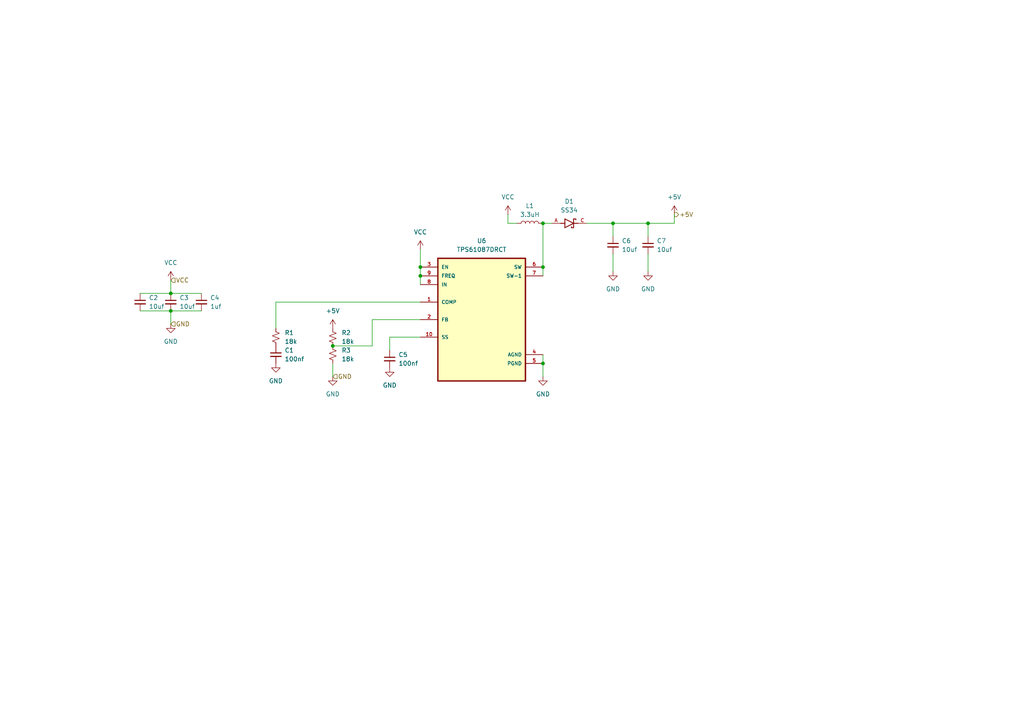
<source format=kicad_sch>
(kicad_sch (version 20231120) (generator "eeschema") (generator_version "8.0")
  (paper "A4")
  (lib_symbols
    (symbol "Device:C_Small" (pin_numbers hide) (pin_names (offset 0.254) hide)
      (property "Reference" "C" (at 0.254 1.778 0))
      (property "Value" "C_Small" (at 0.254 -2.032 0))
      (symbol "C_Small_0_1"
        (polyline (pts (xy -1.524 -0.508) (xy 1.524 -0.508)) (stroke (width 0.3302)))
        (polyline (pts (xy -1.524 0.508) (xy 1.524 0.508)) (stroke (width 0.3048)))
      )
      (symbol "C_Small_1_1"
        (pin passive line (at 0 2.54 270) (length 2.032) (name "~") (number "1"))
        (pin passive line (at 0 -2.54 90) (length 2.032) (name "~") (number "2"))
      )
    )
    (symbol "Device:L" (pin_numbers hide) (pin_names (offset 1.016) hide)
      (property "Reference" "L" (at -1.27 0 90))
      (property "Value" "L" (at 1.905 0 90))
      (symbol "L_0_1"
        (arc (start 0 -2.54) (mid 0.6323 -1.905) (end 0 -1.27))
        (arc (start 0 -1.27) (mid 0.6323 -0.635) (end 0 0))
        (arc (start 0 0) (mid 0.6323 0.635) (end 0 1.27))
        (arc (start 0 1.27) (mid 0.6323 1.905) (end 0 2.54))
      )
      (symbol "L_1_1"
        (pin passive line (at 0 3.81 270) (length 1.27) (name "1") (number "1"))
        (pin passive line (at 0 -3.81 90) (length 1.27) (name "2") (number "2"))
      )
    )
    (symbol "Device:R_Small_US" (pin_numbers hide) (pin_names (offset 0.254) hide)
      (property "Reference" "R" (at 0.762 0.508 0))
      (property "Value" "R_Small_US" (at 0.762 -1.016 0))
      (symbol "R_Small_US_1_1"
        (polyline (pts (xy 0 0) (xy 1.016 -0.381) (xy 0 -0.762) (xy -1.016 -1.143) (xy 0 -1.524)))
        (polyline (pts (xy 0 1.524) (xy 1.016 1.143) (xy 0 0.762) (xy -1.016 0.381) (xy 0 0)))
        (pin passive line (at 0 2.54 270) (length 1.016) (name "~") (number "1"))
        (pin passive line (at 0 -2.54 90) (length 1.016) (name "~") (number "2"))
      )
    )
    (symbol "SS34:SS34" (pin_names (offset 1.016))
      (property "Reference" "D" (at -5.08 2.54 0))
      (property "Value" "SS34" (at -5.08 -3.81 0))
      (symbol "SS34_0_0"
        (polyline (pts (xy -2.54 0) (xy -1.27 0)) (stroke (width 0.254)))
        (polyline (pts (xy -1.27 -1.27) (xy 1.27 0)) (stroke (width 0.254)))
        (polyline (pts (xy -1.27 0) (xy -1.27 -1.27)) (stroke (width 0.254)))
        (polyline (pts (xy -1.27 1.27) (xy -1.27 0)) (stroke (width 0.254)))
        (polyline (pts (xy 0.635 -1.016) (xy 0.635 -1.27)) (stroke (width 0.254)))
        (polyline (pts (xy 1.27 -1.27) (xy 0.635 -1.27)) (stroke (width 0.254)))
        (polyline (pts (xy 1.27 0) (xy -1.27 1.27)) (stroke (width 0.254)))
        (polyline (pts (xy 1.27 0) (xy 1.27 -1.27)) (stroke (width 0.254)))
        (polyline (pts (xy 1.27 1.27) (xy 1.27 0)) (stroke (width 0.254)))
        (polyline (pts (xy 1.905 1.27) (xy 1.27 1.27)) (stroke (width 0.254)))
        (polyline (pts (xy 1.905 1.27) (xy 1.905 1.016)) (stroke (width 0.254)))
        (polyline (pts (xy 2.54 0) (xy 1.27 0)) (stroke (width 0.254)))
        (pin passive line (at -5.08 0 0) (length 2.54) (name "~") (number "A"))
        (pin passive line (at 5.08 0 180) (length 2.54) (name "~") (number "C"))
      )
    )
    (symbol "TPS61087DRCT:TPS61087DRCT" (pin_names (offset 1.016))
      (property "Reference" "U" (at -12.7 18.78 0))
      (property "Value" "TPS61087DRCT" (at -12.7 -21.78 0))
      (symbol "TPS61087DRCT_0_0"
        (rectangle (start -12.7 -17.78) (end 12.7 17.78) (stroke (width 0.41)) (fill (type background)))
        (pin bidirectional line (at -17.78 5.08 0) (length 5.08) (name "COMP") (number "1"))
        (pin bidirectional line (at -17.78 -5.08 0) (length 5.08) (name "SS") (number "10"))
        (pin bidirectional line (at -17.78 0 0) (length 5.08) (name "FB") (number "2"))
        (pin input line (at -17.78 15.24 0) (length 5.08) (name "EN") (number "3"))
        (pin power_in line (at 17.78 -10.16 180) (length 5.08) (name "AGND") (number "4"))
        (pin power_in line (at 17.78 -12.7 180) (length 5.08) (name "PGND") (number "5"))
        (pin output line (at 17.78 15.24 180) (length 5.08) (name "SW") (number "6"))
        (pin output line (at 17.78 12.7 180) (length 5.08) (name "SW-1") (number "7"))
        (pin input line (at -17.78 10.16 0) (length 5.08) (name "IN") (number "8"))
        (pin input line (at -17.78 12.7 0) (length 5.08) (name "FREQ") (number "9"))
      )
    )
    (symbol "power:+5V" (power) (pin_names (offset 0))
      (property "Value" "+5V" (at 0 3.556 0))
      (symbol "+5V_0_1"
        (polyline (pts (xy -0.762 1.27) (xy 0 2.54)))
        (polyline (pts (xy 0 0) (xy 0 2.54)))
        (polyline (pts (xy 0 2.54) (xy 0.762 1.27)))
      )
      (symbol "+5V_1_1"
        (pin power_in line (at 0 0 90) (length 0) hide (name "+5V") (number "1"))
      )
    )
    (symbol "power:GND" (power) (pin_names (offset 0))
      (property "Value" "GND" (at 0 -3.81 0))
      (symbol "GND_0_1"
        (polyline (pts (xy 0 0) (xy 0 -1.27) (xy 1.27 -1.27) (xy 0 -2.54) (xy -1.27 -1.27) (xy 0 -1.27)))
      )
      (symbol "GND_1_1"
        (pin power_in line (at 0 0 270) (length 0) hide (name "GND") (number "1"))
      )
    )
    (symbol "power:VCC" (power) (pin_names (offset 0))
      (property "Value" "VCC" (at 0 3.81 0))
      (symbol "VCC_0_1"
        (polyline (pts (xy -0.762 1.27) (xy 0 2.54)))
        (polyline (pts (xy 0 0) (xy 0 2.54)))
        (polyline (pts (xy 0 2.54) (xy 0.762 1.27)))
      )
      (symbol "VCC_1_1"
        (pin power_in line (at 0 0 90) (length 0) hide (name "VCC") (number "1"))
      )
    )
  )
  (junction (at 49.53 90.17))
  (junction (at 96.52 100.33))
  (junction (at 187.96 64.77))
  (junction (at 121.92 80.01))
  (junction (at 157.48 64.77))
  (junction (at 121.92 77.47))
  (junction (at 157.48 77.47))
  (junction (at 157.48 105.41))
  (junction (at 49.53 85.09))
  (junction (at 177.8 64.77))
  (wire (pts (xy 96.52 105.41) (xy 96.52 109.22)))
  (wire (pts (xy 113.03 97.79) (xy 121.92 97.79)))
  (wire (pts (xy 121.92 72.39) (xy 121.92 77.47)))
  (wire (pts (xy 147.32 64.77) (xy 147.32 62.23)))
  (wire (pts (xy 187.96 64.77) (xy 187.96 68.58)))
  (wire (pts (xy 195.58 64.77) (xy 195.58 62.23)))
  (wire (pts (xy 107.95 92.71) (xy 107.95 100.33)))
  (wire (pts (xy 157.48 64.77) (xy 160.02 64.77)))
  (wire (pts (xy 49.53 90.17) (xy 58.42 90.17)))
  (wire (pts (xy 80.01 95.25) (xy 80.01 87.63)))
  (wire (pts (xy 40.64 90.17) (xy 49.53 90.17)))
  (wire (pts (xy 177.8 73.66) (xy 177.8 78.74)))
  (wire (pts (xy 40.64 85.09) (xy 49.53 85.09)))
  (wire (pts (xy 170.18 64.77) (xy 177.8 64.77)))
  (wire (pts (xy 157.48 77.47) (xy 157.48 80.01)))
  (wire (pts (xy 49.53 85.09) (xy 58.42 85.09)))
  (wire (pts (xy 107.95 100.33) (xy 96.52 100.33)))
  (wire (pts (xy 157.48 102.87) (xy 157.48 105.41)))
  (wire (pts (xy 177.8 64.77) (xy 177.8 68.58)))
  (wire (pts (xy 157.48 64.77) (xy 157.48 77.47)))
  (wire (pts (xy 121.92 92.71) (xy 107.95 92.71)))
  (wire (pts (xy 121.92 77.47) (xy 121.92 80.01)))
  (wire (pts (xy 187.96 64.77) (xy 195.58 64.77)))
  (wire (pts (xy 49.53 90.17) (xy 49.53 93.98)))
  (wire (pts (xy 187.96 73.66) (xy 187.96 78.74)))
  (wire (pts (xy 113.03 101.6) (xy 113.03 97.79)))
  (wire (pts (xy 80.01 87.63) (xy 121.92 87.63)))
  (wire (pts (xy 121.92 80.01) (xy 121.92 82.55)))
  (wire (pts (xy 149.86 64.77) (xy 147.32 64.77)))
  (wire (pts (xy 157.48 105.41) (xy 157.48 109.22)))
  (wire (pts (xy 49.53 81.28) (xy 49.53 85.09)))
  (wire (pts (xy 177.8 64.77) (xy 187.96 64.77)))
  (hierarchical_label "GND" (shape input) (at 96.52 109.22 0))
  (hierarchical_label "VCC" (shape input) (at 49.53 81.28 0))
  (hierarchical_label "GND" (shape input) (at 49.53 93.98 0))
  (hierarchical_label "+5V" (shape output) (at 195.58 62.23 0))
  (symbol (lib_id "SS34:SS34") (at 165.1 64.77 0) (unit 1)
    (property "Reference" "D1" (at 165.1 58.42 0))
    (property "Value" "SS34" (at 165.1 60.96 0))
    (property "Footprint" "SS34:SS34" (effects (hide yes)))
    (property "Description" "\n3A, 40V, Schottky Rectifier\n" (effects (hide yes)))
    (property "MF" "Taiwan Semiconductor" (effects (hide yes)))
    (property "MAXIMUM_PACKAGE_HEIGHT" "2.65mm" (effects (hide yes)))
    (property "Package" "DO-214AB-2 Taiwan Semiconductor" (effects (hide yes)))
    (property "Price" "None" (effects (hide yes)))
    (property "Check_prices" "https://www.snapeda.com/parts/SS34/Taiwan+Semiconductor/view-part/?ref=eda" (effects (hide yes)))
    (property "STANDARD" "Manufacturer Recommendations" (effects (hide yes)))
    (property "PARTREV" "S2311" (effects (hide yes)))
    (property "SnapEDA_Link" "https://www.snapeda.com/parts/SS34/Taiwan+Semiconductor/view-part/?ref=snap" (effects (hide yes)))
    (property "MP" "SS34" (effects (hide yes)))
    (property "Purchase-URL" "https://www.snapeda.com/api/url_track_click_mouser/?unipart_id=4810221&manufacturer=Taiwan Semiconductor&part_name=SS34&search_term=ss34" (effects (hide yes)))
    (property "Availability" "In Stock" (effects (hide yes)))
    (property "MANUFACTURER" "Taiwan Semiconductor" (effects (hide yes)))
  )
  (symbol (lib_id "power:GND") (at 157.48 109.22 0) (unit 1)
    (property "Reference" "#PWR020" (effects (hide yes)))
    (property "Value" "GND" (at 157.48 114.3 0))
  )
  (symbol (lib_id "power:GND") (at 80.01 105.41 0) (unit 1)
    (property "Reference" "#PWR012" (effects (hide yes)))
    (property "Value" "GND" (at 80.01 110.49 0))
  )
  (symbol (lib_id "power:GND") (at 187.96 78.74 0) (unit 1)
    (property "Reference" "#PWR022" (effects (hide yes)))
    (property "Value" "GND" (at 187.96 83.82 0))
  )
  (symbol (lib_id "Device:C_Small") (at 113.03 104.14 0) (unit 1)
    (property "Reference" "C5" (at 115.57 102.8763 0) (effects (justify left)))
    (property "Value" "100nf" (at 115.57 105.4163 0) (effects (justify left)))
    (property "Footprint" "Capacitor_SMD:C_0805_2012Metric" (effects (hide yes)))
  )
  (symbol (lib_id "power:GND") (at 96.52 109.22 0) (unit 1)
    (property "Reference" "#PWR016" (effects (hide yes)))
    (property "Value" "GND" (at 96.52 114.3 0))
  )
  (symbol (lib_id "Device:C_Small") (at 58.42 87.63 0) (unit 1)
    (property "Reference" "C4" (at 60.96 86.3663 0) (effects (justify left)))
    (property "Value" "1uf" (at 60.96 88.9063 0) (effects (justify left)))
    (property "Footprint" "Capacitor_SMD:C_0805_2012Metric" (effects (hide yes)))
  )
  (symbol (lib_id "power:VCC") (at 121.92 72.39 0) (unit 1)
    (property "Reference" "#PWR018" (effects (hide yes)))
    (property "Value" "VCC" (at 121.92 67.31 0))
  )
  (symbol (lib_id "power:GND") (at 177.8 78.74 0) (unit 1)
    (property "Reference" "#PWR021" (effects (hide yes)))
    (property "Value" "GND" (at 177.8 83.82 0))
  )
  (symbol (lib_id "TPS61087DRCT:TPS61087DRCT") (at 139.7 92.71 0) (unit 1)
    (property "Reference" "U6" (at 139.7 69.85 0))
    (property "Value" "TPS61087DRCT" (at 139.7 72.39 0))
    (property "Footprint" "TPS61087:TPS61087DRCT" (effects (hide yes)))
    (property "Description" "\n18.5-V, 3.2-A, 650-kHz / 1.2-MHz step-up DC/DC converter\n" (effects (hide yes)))
    (property "MF" "Texas Instruments" (effects (hide yes)))
    (property "Package" "VSON-10 Texas Instruments" (effects (hide yes)))
    (property "Price" "None" (effects (hide yes)))
    (property "SnapEDA_Link" "https://www.snapeda.com/parts/TPS61087DRCT/Texas+Instruments/view-part/?ref=snap" (effects (hide yes)))
    (property "MP" "TPS61087DRCT" (effects (hide yes)))
    (property "Purchase-URL" "https://www.snapeda.com/api/url_track_click_mouser/?unipart_id=425909&manufacturer=Texas Instruments&part_name=TPS61087DRCT&search_term=tps61087" (effects (hide yes)))
    (property "Availability" "In Stock" (effects (hide yes)))
    (property "Check_prices" "https://www.snapeda.com/parts/TPS61087DRCT/Texas+Instruments/view-part/?ref=eda" (effects (hide yes)))
  )
  (symbol (lib_id "Device:R_Small_US") (at 96.52 97.79 0) (unit 1)
    (property "Reference" "R2" (at 99.06 96.52 0) (effects (justify left)))
    (property "Value" "18k" (at 99.06 99.06 0) (effects (justify left)))
    (property "Footprint" "Resistor_SMD:R_0805_2012Metric" (effects (hide yes)))
  )
  (symbol (lib_id "Device:L") (at 153.67 64.77 90) (unit 1)
    (property "Reference" "L1" (at 153.67 59.69 90))
    (property "Value" "3.3uH" (at 153.67 62.23 90))
    (property "Footprint" "CDRH104R:CDRH104R" (effects (hide yes)))
  )
  (symbol (lib_id "Device:C_Small") (at 187.96 71.12 0) (unit 1)
    (property "Reference" "C7" (at 190.5 69.8563 0) (effects (justify left)))
    (property "Value" "10uf" (at 190.5 72.3963 0) (effects (justify left)))
    (property "Footprint" "Capacitor_SMD:C_0805_2012Metric" (effects (hide yes)))
  )
  (symbol (lib_id "Device:C_Small") (at 40.64 87.63 0) (unit 1)
    (property "Reference" "C2" (at 43.18 86.3663 0) (effects (justify left)))
    (property "Value" "10uf" (at 43.18 88.9063 0) (effects (justify left)))
    (property "Footprint" "Capacitor_SMD:C_0805_2012Metric" (effects (hide yes)))
  )
  (symbol (lib_id "Device:C_Small") (at 177.8 71.12 0) (unit 1)
    (property "Reference" "C6" (at 180.34 69.8563 0) (effects (justify left)))
    (property "Value" "10uf" (at 180.34 72.3963 0) (effects (justify left)))
    (property "Footprint" "Capacitor_SMD:C_0805_2012Metric" (effects (hide yes)))
  )
  (symbol (lib_id "power:+5V") (at 96.52 95.25 0) (unit 1)
    (property "Reference" "#PWR015" (effects (hide yes)))
    (property "Value" "+5V" (at 96.52 90.17 0))
  )
  (symbol (lib_id "Device:R_Small_US") (at 80.01 97.79 0) (unit 1)
    (property "Reference" "R1" (at 82.55 96.52 0) (effects (justify left)))
    (property "Value" "18k" (at 82.55 99.06 0) (effects (justify left)))
    (property "Footprint" "Resistor_SMD:R_0805_2012Metric" (effects (hide yes)))
  )
  (symbol (lib_id "Device:C_Small") (at 49.53 87.63 0) (unit 1)
    (property "Reference" "C3" (at 52.07 86.3663 0) (effects (justify left)))
    (property "Value" "10uf" (at 52.07 88.9063 0) (effects (justify left)))
    (property "Footprint" "Capacitor_SMD:C_0805_2012Metric" (effects (hide yes)))
  )
  (symbol (lib_id "power:+5V") (at 195.58 62.23 0) (unit 1)
    (property "Reference" "#PWR023" (effects (hide yes)))
    (property "Value" "+5V" (at 195.58 57.15 0))
  )
  (symbol (lib_id "Device:R_Small_US") (at 96.52 102.87 0) (unit 1)
    (property "Reference" "R3" (at 99.06 101.6 0) (effects (justify left)))
    (property "Value" "18k" (at 99.06 104.14 0) (effects (justify left)))
    (property "Footprint" "Resistor_SMD:R_0805_2012Metric" (effects (hide yes)))
  )
  (symbol (lib_id "power:GND") (at 49.53 93.98 0) (unit 1)
    (property "Reference" "#PWR014" (effects (hide yes)))
    (property "Value" "GND" (at 49.53 99.06 0))
  )
  (symbol (lib_id "Device:C_Small") (at 80.01 102.87 0) (unit 1)
    (property "Reference" "C1" (at 82.55 101.6063 0) (effects (justify left)))
    (property "Value" "100nf" (at 82.55 104.1463 0) (effects (justify left)))
    (property "Footprint" "Capacitor_SMD:C_0805_2012Metric" (effects (hide yes)))
  )
  (symbol (lib_id "power:VCC") (at 49.53 81.28 0) (unit 1)
    (property "Reference" "#PWR013" (effects (hide yes)))
    (property "Value" "VCC" (at 49.53 76.2 0))
  )
  (symbol (lib_id "power:GND") (at 113.03 106.68 0) (unit 1)
    (property "Reference" "#PWR017" (effects (hide yes)))
    (property "Value" "GND" (at 113.03 111.76 0))
  )
  (symbol (lib_id "power:VCC") (at 147.32 62.23 0) (unit 1)
    (property "Reference" "#PWR019" (effects (hide yes)))
    (property "Value" "VCC" (at 147.32 57.15 0))
  )
)
</source>
